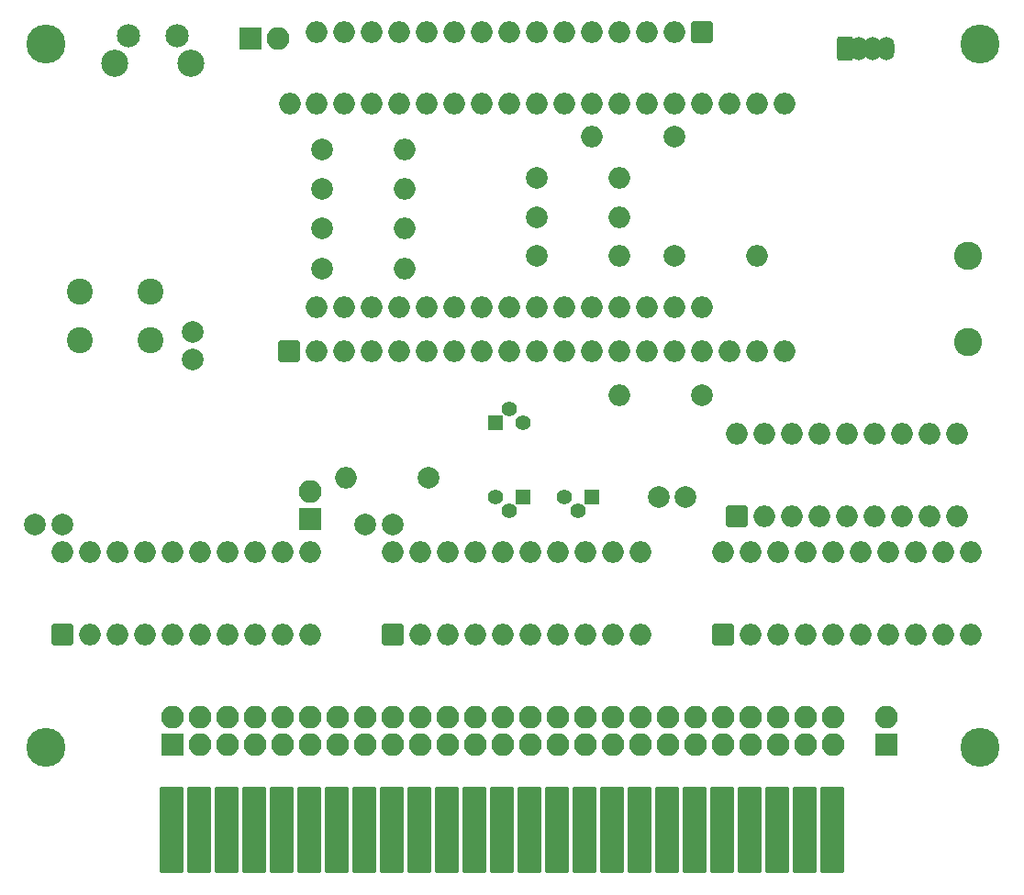
<source format=gbr>
G04 #@! TF.GenerationSoftware,KiCad,Pcbnew,(6.0.2-0)*
G04 #@! TF.CreationDate,2022-03-07T22:02:57-08:00*
G04 #@! TF.ProjectId,TRSIO,54525349-4f2e-46b6-9963-61645f706362,rev?*
G04 #@! TF.SameCoordinates,Original*
G04 #@! TF.FileFunction,Soldermask,Top*
G04 #@! TF.FilePolarity,Negative*
%FSLAX46Y46*%
G04 Gerber Fmt 4.6, Leading zero omitted, Abs format (unit mm)*
G04 Created by KiCad (PCBNEW (6.0.2-0)) date 2022-03-07 22:02:57*
%MOMM*%
%LPD*%
G01*
G04 APERTURE LIST*
G04 Aperture macros list*
%AMRoundRect*
0 Rectangle with rounded corners*
0 $1 Rounding radius*
0 $2 $3 $4 $5 $6 $7 $8 $9 X,Y pos of 4 corners*
0 Add a 4 corners polygon primitive as box body*
4,1,4,$2,$3,$4,$5,$6,$7,$8,$9,$2,$3,0*
0 Add four circle primitives for the rounded corners*
1,1,$1+$1,$2,$3*
1,1,$1+$1,$4,$5*
1,1,$1+$1,$6,$7*
1,1,$1+$1,$8,$9*
0 Add four rect primitives between the rounded corners*
20,1,$1+$1,$2,$3,$4,$5,0*
20,1,$1+$1,$4,$5,$6,$7,0*
20,1,$1+$1,$6,$7,$8,$9,0*
20,1,$1+$1,$8,$9,$2,$3,0*%
G04 Aperture macros list end*
%ADD10C,2.000000*%
%ADD11RoundRect,0.200000X-0.535000X-0.900000X0.535000X-0.900000X0.535000X0.900000X-0.535000X0.900000X0*%
%ADD12O,1.470000X2.200000*%
%ADD13RoundRect,0.200000X0.500000X-0.500000X0.500000X0.500000X-0.500000X0.500000X-0.500000X-0.500000X0*%
%ADD14C,1.400000*%
%ADD15RoundRect,0.200000X-0.500000X0.500000X-0.500000X-0.500000X0.500000X-0.500000X0.500000X0.500000X0*%
%ADD16O,2.000000X2.000000*%
%ADD17C,2.400000*%
%ADD18RoundRect,0.200000X0.800000X-0.800000X0.800000X0.800000X-0.800000X0.800000X-0.800000X-0.800000X0*%
%ADD19O,2.100000X2.100000*%
%ADD20RoundRect,0.200000X0.850000X-0.850000X0.850000X0.850000X-0.850000X0.850000X-0.850000X-0.850000X0*%
%ADD21RoundRect,0.200000X-0.800000X0.800000X-0.800000X-0.800000X0.800000X-0.800000X0.800000X0.800000X0*%
%ADD22RoundRect,0.200000X0.850000X0.850000X-0.850000X0.850000X-0.850000X-0.850000X0.850000X-0.850000X0*%
%ADD23C,2.500000*%
%ADD24C,2.150000*%
%ADD25RoundRect,0.200000X0.889000X3.810000X-0.889000X3.810000X-0.889000X-3.810000X0.889000X-3.810000X0*%
%ADD26C,3.600000*%
%ADD27C,2.600000*%
G04 APERTURE END LIST*
D10*
X130810000Y-116840000D03*
X128310000Y-116840000D03*
X161290000Y-116840000D03*
X158790000Y-116840000D03*
X188341000Y-114300000D03*
X185841000Y-114300000D03*
X142875000Y-101600000D03*
X142875000Y-99100000D03*
D11*
X203050000Y-72950000D03*
D12*
X204320000Y-72950000D03*
X205590000Y-72950000D03*
X206860000Y-72950000D03*
D13*
X170815000Y-107442000D03*
D14*
X172085000Y-106172000D03*
X173355000Y-107442000D03*
D15*
X173355000Y-114300000D03*
D14*
X172085000Y-115570000D03*
X170815000Y-114300000D03*
D15*
X179705000Y-114300000D03*
D14*
X178435000Y-115570000D03*
X177165000Y-114300000D03*
D10*
X174625000Y-88519000D03*
D16*
X182245000Y-88519000D03*
D17*
X138961000Y-95377000D03*
X132461000Y-95377000D03*
X138961000Y-99877000D03*
X132461000Y-99877000D03*
D18*
X191770000Y-127000000D03*
D16*
X194310000Y-127000000D03*
X196850000Y-127000000D03*
X199390000Y-127000000D03*
X201930000Y-127000000D03*
X204470000Y-127000000D03*
X207010000Y-127000000D03*
X209550000Y-127000000D03*
X212090000Y-127000000D03*
X214630000Y-127000000D03*
X214630000Y-119380000D03*
X212090000Y-119380000D03*
X209550000Y-119380000D03*
X207010000Y-119380000D03*
X204470000Y-119380000D03*
X201930000Y-119380000D03*
X199390000Y-119380000D03*
X196850000Y-119380000D03*
X194310000Y-119380000D03*
X191770000Y-119380000D03*
D18*
X161290000Y-127000000D03*
D16*
X163830000Y-127000000D03*
X166370000Y-127000000D03*
X168910000Y-127000000D03*
X171450000Y-127000000D03*
X173990000Y-127000000D03*
X176530000Y-127000000D03*
X179070000Y-127000000D03*
X181610000Y-127000000D03*
X184150000Y-127000000D03*
X184150000Y-119380000D03*
X181610000Y-119380000D03*
X179070000Y-119380000D03*
X176530000Y-119380000D03*
X173990000Y-119380000D03*
X171450000Y-119380000D03*
X168910000Y-119380000D03*
X166370000Y-119380000D03*
X163830000Y-119380000D03*
X161290000Y-119380000D03*
D18*
X130810000Y-127000000D03*
D16*
X133350000Y-127000000D03*
X135890000Y-127000000D03*
X138430000Y-127000000D03*
X140970000Y-127000000D03*
X143510000Y-127000000D03*
X146050000Y-127000000D03*
X148590000Y-127000000D03*
X151130000Y-127000000D03*
X153670000Y-127000000D03*
X153670000Y-119380000D03*
X151130000Y-119380000D03*
X148590000Y-119380000D03*
X146050000Y-119380000D03*
X143510000Y-119380000D03*
X140970000Y-119380000D03*
X138430000Y-119380000D03*
X135890000Y-119380000D03*
X133350000Y-119380000D03*
X130810000Y-119380000D03*
D19*
X201930000Y-134620000D03*
X201930000Y-137160000D03*
X199390000Y-134620000D03*
X199390000Y-137160000D03*
X196850000Y-134620000D03*
X196850000Y-137160000D03*
X194310000Y-134620000D03*
X194310000Y-137160000D03*
X191770000Y-134620000D03*
X191770000Y-137160000D03*
X189230000Y-134620000D03*
X189230000Y-137160000D03*
X186690000Y-134620000D03*
X186690000Y-137160000D03*
X184150000Y-134620000D03*
X184150000Y-137160000D03*
X181610000Y-134620000D03*
X181610000Y-137160000D03*
X179070000Y-134620000D03*
X179070000Y-137160000D03*
X176530000Y-134620000D03*
X176530000Y-137160000D03*
X173990000Y-134620000D03*
X173990000Y-137160000D03*
X171450000Y-134620000D03*
X171450000Y-137160000D03*
X168910000Y-134620000D03*
X168910000Y-137160000D03*
X166370000Y-134620000D03*
X166370000Y-137160000D03*
X163830000Y-134620000D03*
X163830000Y-137160000D03*
X161290000Y-134620000D03*
X161290000Y-137160000D03*
X158750000Y-134620000D03*
X158750000Y-137160000D03*
X156210000Y-134620000D03*
X156210000Y-137160000D03*
X153670000Y-134620000D03*
X153670000Y-137160000D03*
X151130000Y-134620000D03*
X151130000Y-137160000D03*
X148590000Y-134620000D03*
X148590000Y-137160000D03*
X146050000Y-134620000D03*
X146050000Y-137160000D03*
X143510000Y-134620000D03*
X143510000Y-137160000D03*
X140970000Y-134620000D03*
D20*
X140970000Y-137160000D03*
D21*
X189865000Y-71374000D03*
D16*
X187325000Y-71374000D03*
X184785000Y-71374000D03*
X182245000Y-71374000D03*
X179705000Y-71374000D03*
X177165000Y-71374000D03*
X174625000Y-71374000D03*
X172085000Y-71374000D03*
X169545000Y-71374000D03*
X167005000Y-71374000D03*
X164465000Y-71374000D03*
X161925000Y-71374000D03*
X159385000Y-71374000D03*
X156845000Y-71374000D03*
X154305000Y-71374000D03*
X154305000Y-96774000D03*
X156845000Y-96774000D03*
X159385000Y-96774000D03*
X161925000Y-96774000D03*
X164465000Y-96774000D03*
X167005000Y-96774000D03*
X169545000Y-96774000D03*
X172085000Y-96774000D03*
X174625000Y-96774000D03*
X177165000Y-96774000D03*
X179705000Y-96774000D03*
X182245000Y-96774000D03*
X184785000Y-96774000D03*
X187325000Y-96774000D03*
X189865000Y-96774000D03*
D18*
X151765000Y-100838000D03*
D16*
X154305000Y-100838000D03*
X156845000Y-100838000D03*
X159385000Y-100838000D03*
X161925000Y-100838000D03*
X164465000Y-100838000D03*
X167005000Y-100838000D03*
X169545000Y-100838000D03*
X172085000Y-100838000D03*
X174625000Y-100838000D03*
X177165000Y-100838000D03*
X179705000Y-100838000D03*
X182245000Y-100838000D03*
X184785000Y-100838000D03*
X187325000Y-100838000D03*
X189865000Y-100838000D03*
X192405000Y-100838000D03*
X194945000Y-100838000D03*
X197485000Y-100838000D03*
X197485000Y-77978000D03*
X194945000Y-77978000D03*
X192405000Y-77978000D03*
X189865000Y-77978000D03*
X187325000Y-77978000D03*
X184785000Y-77978000D03*
X182245000Y-77978000D03*
X179705000Y-77978000D03*
X177165000Y-77978000D03*
X174625000Y-77978000D03*
X172085000Y-77978000D03*
X169545000Y-77978000D03*
X167005000Y-77978000D03*
X164465000Y-77978000D03*
X161925000Y-77978000D03*
X159385000Y-77978000D03*
X156845000Y-77978000D03*
X154305000Y-77978000D03*
X151828500Y-77978000D03*
D22*
X206883000Y-137160000D03*
D19*
X206883000Y-134620000D03*
D20*
X148209000Y-72009000D03*
D19*
X150749000Y-72009000D03*
D23*
X135656000Y-74245000D03*
X142666000Y-74245000D03*
D24*
X136906000Y-71755000D03*
X141406000Y-71755000D03*
D22*
X153670000Y-116332000D03*
D19*
X153670000Y-113792000D03*
D10*
X164592000Y-112522000D03*
D16*
X156972000Y-112522000D03*
D25*
X201866500Y-145097500D03*
X199326500Y-145097500D03*
X196786500Y-145097500D03*
X194246500Y-145097500D03*
X191706500Y-145097500D03*
X189166500Y-145097500D03*
X186626500Y-145097500D03*
X184086500Y-145097500D03*
X181546500Y-145097500D03*
X179006500Y-145097500D03*
X176466500Y-145097500D03*
X173926500Y-145097500D03*
X171386500Y-145097500D03*
X168846500Y-145097500D03*
X166306500Y-145097500D03*
X163766500Y-145097500D03*
X161226500Y-145097500D03*
X158686500Y-145097500D03*
X156146500Y-145097500D03*
X153606500Y-145097500D03*
X151066500Y-145097500D03*
X148526500Y-145097500D03*
X145986500Y-145097500D03*
X143446500Y-145097500D03*
X140906500Y-145097500D03*
D10*
X189801500Y-104965500D03*
D16*
X182181500Y-104965500D03*
D10*
X154813000Y-89535000D03*
D16*
X162433000Y-89535000D03*
D10*
X154813000Y-93218000D03*
D16*
X162433000Y-93218000D03*
D10*
X187325000Y-92075000D03*
D16*
X194945000Y-92075000D03*
D10*
X154813000Y-85852000D03*
D16*
X162433000Y-85852000D03*
D10*
X154813000Y-82232500D03*
D16*
X162433000Y-82232500D03*
D18*
X193040000Y-116141500D03*
D16*
X195580000Y-116141500D03*
X198120000Y-116141500D03*
X200660000Y-116141500D03*
X203200000Y-116141500D03*
X205740000Y-116141500D03*
X208280000Y-116141500D03*
X210820000Y-116141500D03*
X213360000Y-116141500D03*
X213360000Y-108521500D03*
X210820000Y-108521500D03*
X208280000Y-108521500D03*
X205740000Y-108521500D03*
X203200000Y-108521500D03*
X200660000Y-108521500D03*
X198120000Y-108521500D03*
X195580000Y-108521500D03*
X193040000Y-108521500D03*
D10*
X187325000Y-81089500D03*
D16*
X179705000Y-81089500D03*
D10*
X174625000Y-92075000D03*
D16*
X182245000Y-92075000D03*
D10*
X174625000Y-84899500D03*
D16*
X182245000Y-84899500D03*
D26*
X129286000Y-72517000D03*
X215519000Y-72517000D03*
X215519000Y-137414000D03*
D27*
X214376000Y-92075000D03*
X214376000Y-100012500D03*
D26*
X129286000Y-137414000D03*
M02*

</source>
